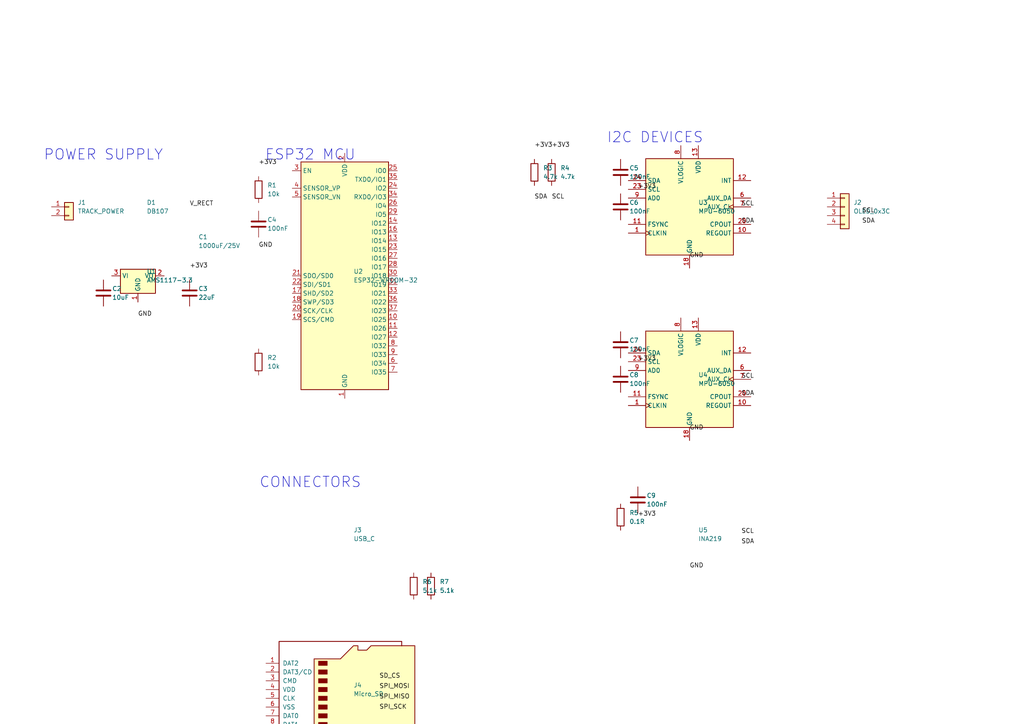
<source format=kicad_sch>
(kicad_sch (version 20250114) (generator "eeschema") (generator_version "9.0")
  (paper "A4")
  (title_block (title "track_geometry_car"))
  (lib_symbols
    (symbol "RF_Module:ESP32-WROOM-32"
      (property "Reference" "U" (at -12.7 34.29 0))
      (property "Value" "ESP32-WROOM-32" (at 1.27 34.29 0))
      (symbol "ESP32-WROOM-32_0_1"
        (rectangle (start -12.7 33.02) (end 12.7 -33.02) (stroke (width 0.254)) (fill (type background)))
      )
      (symbol "ESP32-WROOM-32_1_1"
        (pin input line (at -15.24 30.48 0) (length 2.54) (name "EN") (number "3"))
        (pin input line (at -15.24 25.4 0) (length 2.54) (name "SENSOR_VP") (number "4"))
        (pin input line (at -15.24 22.86 0) (length 2.54) (name "SENSOR_VN") (number "5"))
        (pin bidirectional line (at -15.24 0 0) (length 2.54) (name "SDO/SD0") (number "21"))
        (pin bidirectional line (at -15.24 -2.54 0) (length 2.54) (name "SDI/SD1") (number "22"))
        (pin bidirectional line (at -15.24 -5.08 0) (length 2.54) (name "SHD/SD2") (number "17"))
        (pin bidirectional line (at -15.24 -7.62 0) (length 2.54) (name "SWP/SD3") (number "18"))
        (pin bidirectional line (at -15.24 -10.16 0) (length 2.54) (name "SCK/CLK") (number "20"))
        (pin bidirectional line (at -15.24 -12.7 0) (length 2.54) (name "SCS/CMD") (number "19"))
        (pin no_connect line (at -12.7 -27.94 0) (length 2.54) (hide yes) (name "NC") (number "32"))
        (pin power_in line (at 0 35.56 270) (length 2.54) (name "VDD") (number "2"))
        (pin power_in line (at 0 -35.56 90) (length 2.54) (name "GND") (number "1"))
        (pin passive line (at 0 -35.56 90) (length 2.54) (hide yes) (name "GND") (number "15"))
        (pin passive line (at 0 -35.56 90) (length 2.54) (hide yes) (name "GND") (number "38"))
        (pin passive line (at 0 -35.56 90) (length 2.54) (hide yes) (name "GND") (number "39"))
        (pin bidirectional line (at 15.24 30.48 180) (length 2.54) (name "IO0") (number "25"))
        (pin bidirectional line (at 15.24 27.94 180) (length 2.54) (name "TXD0/IO1") (number "35"))
        (pin bidirectional line (at 15.24 25.4 180) (length 2.54) (name "IO2") (number "24"))
        (pin bidirectional line (at 15.24 22.86 180) (length 2.54) (name "RXD0/IO3") (number "34"))
        (pin bidirectional line (at 15.24 20.32 180) (length 2.54) (name "IO4") (number "26"))
        (pin bidirectional line (at 15.24 17.78 180) (length 2.54) (name "IO5") (number "29"))
        (pin bidirectional line (at 15.24 15.24 180) (length 2.54) (name "IO12") (number "14"))
        (pin bidirectional line (at 15.24 12.7 180) (length 2.54) (name "IO13") (number "16"))
        (pin bidirectional line (at 15.24 10.16 180) (length 2.54) (name "IO14") (number "13"))
        (pin bidirectional line (at 15.24 7.62 180) (length 2.54) (name "IO15") (number "23"))
        (pin bidirectional line (at 15.24 5.08 180) (length 2.54) (name "IO16") (number "27"))
        (pin bidirectional line (at 15.24 2.54 180) (length 2.54) (name "IO17") (number "28"))
        (pin bidirectional line (at 15.24 0 180) (length 2.54) (name "IO18") (number "30"))
        (pin bidirectional line (at 15.24 -2.54 180) (length 2.54) (name "IO19") (number "31"))
        (pin bidirectional line (at 15.24 -5.08 180) (length 2.54) (name "IO21") (number "33"))
        (pin bidirectional line (at 15.24 -7.62 180) (length 2.54) (name "IO22") (number "36"))
        (pin bidirectional line (at 15.24 -10.16 180) (length 2.54) (name "IO23") (number "37"))
        (pin bidirectional line (at 15.24 -12.7 180) (length 2.54) (name "IO25") (number "10"))
        (pin bidirectional line (at 15.24 -15.24 180) (length 2.54) (name "IO26") (number "11"))
        (pin bidirectional line (at 15.24 -17.78 180) (length 2.54) (name "IO27") (number "12"))
        (pin bidirectional line (at 15.24 -20.32 180) (length 2.54) (name "IO32") (number "8"))
        (pin bidirectional line (at 15.24 -22.86 180) (length 2.54) (name "IO33") (number "9"))
        (pin input line (at 15.24 -25.4 180) (length 2.54) (name "IO34") (number "6"))
        (pin input line (at 15.24 -27.94 180) (length 2.54) (name "IO35") (number "7"))
      )
    )
    (symbol "Device:R" (pin_numbers (hide yes)) (pin_names (offset 0))
      (property "Reference" "R" (at 2.032 0 90))
      (property "Value" "R" (at 0 0 90))
      (symbol "R_0_1"
        (rectangle (start -1.016 -2.54) (end 1.016 2.54) (stroke (width 0.254)))
      )
      (symbol "R_1_1"
        (pin passive line (at 0 3.81 270) (length 1.27) (name "~") (number "1"))
        (pin passive line (at 0 -3.81 90) (length 1.27) (name "~") (number "2"))
      )
    )
    (symbol "Device:C" (pin_numbers (hide yes)) (pin_names (offset 0.254))
      (property "Reference" "C" (at 0.635 2.54 0))
      (property "Value" "C" (at 0.635 -2.54 0))
      (symbol "C_0_1"
        (polyline (pts (xy -2.032 0.762) (xy 2.032 0.762)) (stroke (width 0.508)))
        (polyline (pts (xy -2.032 -0.762) (xy 2.032 -0.762)) (stroke (width 0.508)))
      )
      (symbol "C_1_1"
        (pin passive line (at 0 3.81 270) (length 2.794) (name "~") (number "1"))
        (pin passive line (at 0 -3.81 90) (length 2.794) (name "~") (number "2"))
      )
    )
    (symbol "Sensor_Motion:MPU-6050"
      (property "Reference" "U" (at -11.43 13.97 0))
      (property "Value" "MPU-6050" (at 7.62 -15.24 0))
      (symbol "MPU-6050_0_1"
        (rectangle (start -12.7 13.97) (end 12.7 -13.97) (stroke (width 0.254)) (fill (type background)))
      )
      (symbol "MPU-6050_1_1"
        (pin bidirectional line (at -17.78 7.62 0) (length 5.08) (name "SDA") (number "24"))
        (pin input line (at -17.78 5.08 0) (length 5.08) (name "SCL") (number "23"))
        (pin input line (at -17.78 2.54 0) (length 5.08) (name "AD0") (number "9"))
        (pin input line (at -17.78 -5.08 0) (length 5.08) (name "FSYNC") (number "11"))
        (pin input clock (at -17.78 -7.62 0) (length 5.08) (name "CLKIN") (number "1"))
        (pin no_connect line (at -12.7 12.7 0) (length 2.54) (hide yes) (name "NC") (number "2"))
        (pin no_connect line (at -12.7 10.16 0) (length 2.54) (hide yes) (name "NC") (number "3"))
        (pin no_connect line (at -12.7 0 0) (length 2.54) (hide yes) (name "NC") (number "4"))
        (pin no_connect line (at -12.7 -2.54 0) (length 2.54) (hide yes) (name "NC") (number "5"))
        (pin no_connect line (at -12.7 -10.16 0) (length 2.54) (hide yes) (name "NC") (number "14"))
        (pin power_in line (at -2.54 17.78 270) (length 3.81) (name "VLOGIC") (number "8"))
        (pin power_in line (at 0 -17.78 90) (length 3.81) (name "GND") (number "18"))
        (pin power_in line (at 2.54 17.78 270) (length 3.81) (name "VDD") (number "13"))
        (pin no_connect line (at 12.7 12.7 180) (length 2.54) (hide yes) (name "NC") (number "15"))
        (pin no_connect line (at 12.7 10.16 180) (length 2.54) (hide yes) (name "NC") (number "16"))
        (pin no_connect line (at 12.7 5.08 180) (length 2.54) (hide yes) (name "NC") (number "17"))
        (pin no_connect line (at 12.7 -2.54 180) (length 2.54) (hide yes) (name "RESV") (number "21"))
        (pin no_connect line (at 12.7 -10.16 180) (length 2.54) (hide yes) (name "RESV") (number "19"))
        (pin no_connect line (at 12.7 -12.7 180) (length 2.54) (hide yes) (name "RESV") (number "22"))
        (pin output line (at 17.78 7.62 180) (length 5.08) (name "INT") (number "12"))
        (pin bidirectional line (at 17.78 2.54 180) (length 5.08) (name "AUX_DA") (number "6"))
        (pin output clock (at 17.78 0 180) (length 5.08) (name "AUX_CL") (number "7"))
        (pin passive line (at 17.78 -5.08 180) (length 5.08) (name "CPOUT") (number "20"))
        (pin passive line (at 17.78 -7.62 180) (length 5.08) (name "REGOUT") (number "10"))
      )
    )
    (symbol "Diode_Bridge:DB107" (pin_numbers (hide yes)) (pin_names (offset 0)))
    (symbol "Regulator_Linear:AMS1117-3.3"
      (property "Reference" "U" (at -3.81 3.175 0))
      (property "Value" "AMS1117-3.3" (at 0 3.175 0))
      (symbol "AMS1117-3.3_0_1"
        (rectangle (start -5.08 -5.08) (end 5.08 1.905) (stroke (width 0.254)) (fill (type background)))
      )
      (symbol "AMS1117-3.3_1_1"
        (pin power_in line (at -7.62 0 0) (length 2.54) (name "VI") (number "3"))
        (pin power_in line (at 0 -7.62 90) (length 2.54) (name "GND") (number "1"))
        (pin power_out line (at 7.62 0 180) (length 2.54) (name "VO") (number "2"))
      )
    )
    (symbol "Device:CP" (pin_numbers (hide yes)) (pin_names (offset 0))
      (property "Reference" "C" (at 0.635 2.54 0))
      (property "Value" "C" (at 0.635 -2.54 0))
    )
    (symbol "Analog_ADC:INA219" (pin_numbers (hide yes)) (pin_names (offset 0))
      (property "Reference" "C" (at 0.635 2.54 0))
      (property "Value" "C" (at 0.635 -2.54 0))
    )
    (symbol "Connector_Generic:Conn_01x04" (pin_names (offset 1.016) (hide yes))
      (property "Reference" "J" (at 0 5.08 0))
      (property "Value" "Conn_01x04" (at 0 -7.62 0))
      (symbol "Conn_01x04_1_1"
        (rectangle (start -1.27 3.81) (end 1.27 -6.35) (stroke (width 0.254)) (fill (type background)))
        (rectangle (start -1.27 2.667) (end 0 2.413) (stroke (width 0.1524)))
        (rectangle (start -1.27 0.127) (end 0 -0.127) (stroke (width 0.1524)))
        (rectangle (start -1.27 -2.413) (end 0 -2.667) (stroke (width 0.1524)))
        (rectangle (start -1.27 -4.953) (end 0 -5.207) (stroke (width 0.1524)))
        (pin passive line (at -5.08 2.54 0) (length 3.81) (name "Pin_1") (number "1"))
        (pin passive line (at -5.08 0 0) (length 3.81) (name "Pin_2") (number "2"))
        (pin passive line (at -5.08 -2.54 0) (length 3.81) (name "Pin_3") (number "3"))
        (pin passive line (at -5.08 -5.08 0) (length 3.81) (name "Pin_4") (number "4"))
      )
    )
    (symbol "Connector_Generic:Conn_01x02" (pin_names (offset 1.016) (hide yes))
      (property "Reference" "J" (at 0 2.54 0))
      (property "Value" "Conn_01x02" (at 0 -5.08 0))
      (symbol "Conn_01x02_1_1"
        (rectangle (start -1.27 1.27) (end 1.27 -3.81) (stroke (width 0.254)) (fill (type background)))
        (rectangle (start -1.27 0.127) (end 0 -0.127) (stroke (width 0.1524)))
        (rectangle (start -1.27 -2.413) (end 0 -2.667) (stroke (width 0.1524)))
        (pin passive line (at -5.08 0 0) (length 3.81) (name "Pin_1") (number "1"))
        (pin passive line (at -5.08 -2.54 0) (length 3.81) (name "Pin_2") (number "2"))
      )
    )
    (symbol "Connector:USB_C_Receptacle_USB2.0" (pin_numbers (hide yes)) (pin_names (offset 0))
      (property "Reference" "R" (at 2.032 0 90))
      (property "Value" "R" (at 0 0 90))
    )
    (symbol "Connector:Micro_SD_Card" (pin_names (offset 1.016))
      (property "Reference" "J" (at -16.51 15.24 0))
      (property "Value" "Micro_SD_Card" (at 16.51 15.24 0))
      (symbol "Micro_SD_Card_0_1"
        (polyline (pts (xy -8.89 -11.43) (xy -8.89 8.89) (xy -1.27 8.89) (xy 2.54 12.7) (xy 3.81 12.7) (xy 3.81 11.43) (xy 6.35 11.43) (xy 7.62 12.7) (xy 20.32 12.7) (xy 20.32 -11.43) (xy -8.89 -11.43)) (stroke (width 0.254)) (fill (type background)))
        (rectangle (start -7.62 8.255) (end -5.08 6.985) (fill (type outline)))
        (rectangle (start -7.62 5.715) (end -5.08 4.445) (fill (type outline)))
        (rectangle (start -7.62 3.175) (end -5.08 1.905) (fill (type outline)))
        (rectangle (start -7.62 0.635) (end -5.08 -0.635) (fill (type outline)))
        (rectangle (start -7.62 -1.905) (end -5.08 -3.175) (fill (type outline)))
        (rectangle (start -7.62 -4.445) (end -5.08 -5.715) (fill (type outline)))
        (rectangle (start -7.62 -6.985) (end -5.08 -8.255) (fill (type outline)))
        (rectangle (start -7.62 -9.525) (end -5.08 -10.795) (fill (type outline)))
        (polyline (pts (xy 16.51 12.7) (xy 16.51 13.97) (xy -19.05 13.97) (xy -19.05 -16.51) (xy 16.51 -16.51) (xy 16.51 -11.43)) (stroke (width 0.254)))
      )
      (symbol "Micro_SD_Card_1_1"
        (pin bidirectional line (at -22.86 7.62 0) (length 3.81) (name "DAT2") (number "1"))
        (pin bidirectional line (at -22.86 5.08 0) (length 3.81) (name "DAT3/CD") (number "2"))
        (pin input line (at -22.86 2.54 0) (length 3.81) (name "CMD") (number "3"))
        (pin power_in line (at -22.86 0 0) (length 3.81) (name "VDD") (number "4"))
        (pin input line (at -22.86 -2.54 0) (length 3.81) (name "CLK") (number "5"))
        (pin power_in line (at -22.86 -5.08 0) (length 3.81) (name "VSS") (number "6"))
        (pin bidirectional line (at -22.86 -7.62 0) (length 3.81) (name "DAT0") (number "7"))
        (pin bidirectional line (at -22.86 -10.16 0) (length 3.81) (name "DAT1") (number "8"))
        (pin passive line (at 20.32 -15.24 180) (length 3.81) (name "SHIELD") (number "9"))
      )
    )
  )
  (symbol (lib_id "RF_Module:ESP32-WROOM-32") (at 100 80 0) (unit 1)
    (property "Reference" "U2" (at 102.54 78.73 0) (effects (justify left)))
    (property "Value" "ESP32-WROOM-32" (at 102.54 81.27 0) (effects (justify left)))
    (property "Footprint" "RF_Module:ESP32-WROOM-32" (effects (hide yes)))
  )
  (symbol (lib_id "Device:R") (at 75 55 0) (unit 1)
    (property "Reference" "R1" (at 77.54 53.73 0) (effects (justify left)))
    (property "Value" "10k" (at 77.54 56.27 0) (effects (justify left)))
    (property "Footprint" "Resistor_SMD:R_0402_1005Metric" (effects (hide yes)))
  )
  (symbol (lib_id "Device:R") (at 75 105 0) (unit 1)
    (property "Reference" "R2" (at 77.54 103.73 0) (effects (justify left)))
    (property "Value" "10k" (at 77.54 106.27 0) (effects (justify left)))
    (property "Footprint" "Resistor_SMD:R_0402_1005Metric" (effects (hide yes)))
  )
  (symbol (lib_id "Device:C") (at 75 65 0) (unit 1)
    (property "Reference" "C4" (at 77.54 63.73 0) (effects (justify left)))
    (property "Value" "100nF" (at 77.54 66.27 0) (effects (justify left)))
    (property "Footprint" "Capacitor_SMD:C_0402_1005Metric" (effects (hide yes)))
  )
  (symbol (lib_id "Sensor_Motion:MPU-6050") (at 200 60 0) (unit 1)
    (property "Reference" "U3" (at 202.54 58.73 0) (effects (justify left)))
    (property "Value" "MPU-6050" (at 202.54 61.27 0) (effects (justify left)))
    (property "Footprint" "Package_DFN_QFN:QFN-24-1EP_4x4mm_P0.5mm_EP2.7x2.7mm" (effects (hide yes)))
  )
  (symbol (lib_id "Sensor_Motion:MPU-6050") (at 200 110 0) (unit 1)
    (property "Reference" "U4" (at 202.54 108.73 0) (effects (justify left)))
    (property "Value" "MPU-6050" (at 202.54 111.27 0) (effects (justify left)))
    (property "Footprint" "Package_DFN_QFN:QFN-24-1EP_4x4mm_P0.5mm_EP2.7x2.7mm" (effects (hide yes)))
  )
  (symbol (lib_id "Device:C") (at 180 50 0) (unit 1)
    (property "Reference" "C5" (at 182.54 48.73 0) (effects (justify left)))
    (property "Value" "100nF" (at 182.54 51.27 0) (effects (justify left)))
    (property "Footprint" "Capacitor_SMD:C_0402_1005Metric" (effects (hide yes)))
  )
  (symbol (lib_id "Device:C") (at 180 60 0) (unit 1)
    (property "Reference" "C6" (at 182.54 58.73 0) (effects (justify left)))
    (property "Value" "100nF" (at 182.54 61.27 0) (effects (justify left)))
    (property "Footprint" "Capacitor_SMD:C_0402_1005Metric" (effects (hide yes)))
  )
  (symbol (lib_id "Device:C") (at 180 100 0) (unit 1)
    (property "Reference" "C7" (at 182.54 98.73 0) (effects (justify left)))
    (property "Value" "100nF" (at 182.54 101.27 0) (effects (justify left)))
    (property "Footprint" "Capacitor_SMD:C_0402_1005Metric" (effects (hide yes)))
  )
  (symbol (lib_id "Device:C") (at 180 110 0) (unit 1)
    (property "Reference" "C8" (at 182.54 108.73 0) (effects (justify left)))
    (property "Value" "100nF" (at 182.54 111.27 0) (effects (justify left)))
    (property "Footprint" "Capacitor_SMD:C_0402_1005Metric" (effects (hide yes)))
  )
  (symbol (lib_id "Device:R") (at 155 50 0) (unit 1)
    (property "Reference" "R3" (at 157.54 48.73 0) (effects (justify left)))
    (property "Value" "4.7k" (at 157.54 51.27 0) (effects (justify left)))
    (property "Footprint" "Resistor_SMD:R_0402_1005Metric" (effects (hide yes)))
  )
  (symbol (lib_id "Device:R") (at 160 50 0) (unit 1)
    (property "Reference" "R4" (at 162.54 48.73 0) (effects (justify left)))
    (property "Value" "4.7k" (at 162.54 51.27 0) (effects (justify left)))
    (property "Footprint" "Resistor_SMD:R_0402_1005Metric" (effects (hide yes)))
  )
  (symbol (lib_id "Diode_Bridge:DB107") (at 40 60 0) (unit 1)
    (property "Reference" "D1" (at 42.54 58.73 0) (effects (justify left)))
    (property "Value" "DB107" (at 42.54 61.27 0) (effects (justify left)))
    (property "Footprint" "Diode_SMD:Diode_Bridge_Diotec_ABS" (effects (hide yes)))
  )
  (symbol (lib_id "Regulator_Linear:AMS1117-3.3") (at 40 80 0) (unit 1)
    (property "Reference" "U1" (at 42.54 78.73 0) (effects (justify left)))
    (property "Value" "AMS1117-3.3" (at 42.54 81.27 0) (effects (justify left)))
    (property "Footprint" "Package_TO_SOT_SMD:SOT-223-3_TabPin2" (effects (hide yes)))
  )
  (symbol (lib_id "Device:CP") (at 55 70 0) (unit 1)
    (property "Reference" "C1" (at 57.54 68.73 0) (effects (justify left)))
    (property "Value" "1000uF/25V" (at 57.54 71.27 0) (effects (justify left)))
    (property "Footprint" "Capacitor_SMD:CP_Elec_10x10.5" (effects (hide yes)))
  )
  (symbol (lib_id "Device:C") (at 30 85 0) (unit 1)
    (property "Reference" "C2" (at 32.54 83.73 0) (effects (justify left)))
    (property "Value" "10uF" (at 32.54 86.27 0) (effects (justify left)))
    (property "Footprint" "Capacitor_SMD:C_0805_2012Metric" (effects (hide yes)))
  )
  (symbol (lib_id "Device:C") (at 55 85 0) (unit 1)
    (property "Reference" "C3" (at 57.54 83.73 0) (effects (justify left)))
    (property "Value" "22uF" (at 57.54 86.27 0) (effects (justify left)))
    (property "Footprint" "Capacitor_SMD:C_0805_2012Metric" (effects (hide yes)))
  )
  (symbol (lib_id "Analog_ADC:INA219") (at 200 155 0) (unit 1)
    (property "Reference" "U5" (at 202.54 153.73 0) (effects (justify left)))
    (property "Value" "INA219" (at 202.54 156.27 0) (effects (justify left)))
    (property "Footprint" "Package_SO:MSOP-8_3x3mm_P0.65mm" (effects (hide yes)))
  )
  (symbol (lib_id "Device:R") (at 180 150 0) (unit 1)
    (property "Reference" "R5" (at 182.54 148.73 0) (effects (justify left)))
    (property "Value" "0.1R" (at 182.54 151.27 0) (effects (justify left)))
    (property "Footprint" "Resistor_SMD:R_2512_6332Metric" (effects (hide yes)))
  )
  (symbol (lib_id "Device:C") (at 185 145 0) (unit 1)
    (property "Reference" "C9" (at 187.54 143.73 0) (effects (justify left)))
    (property "Value" "100nF" (at 187.54 146.27 0) (effects (justify left)))
    (property "Footprint" "Capacitor_SMD:C_0402_1005Metric" (effects (hide yes)))
  )
  (symbol (lib_id "Connector_Generic:Conn_01x04") (at 245 60 0) (unit 1)
    (property "Reference" "J2" (at 247.54 58.73 0) (effects (justify left)))
    (property "Value" "OLED_0x3C" (at 247.54 61.27 0) (effects (justify left)))
    (property "Footprint" "Connector_PinHeader_2.54mm:PinHeader_1x04_P2.54mm_Vertical" (effects (hide yes)))
  )
  (symbol (lib_id "Connector_Generic:Conn_01x02") (at 20 60 0) (unit 1)
    (property "Reference" "J1" (at 22.54 58.73 0) (effects (justify left)))
    (property "Value" "TRACK_POWER" (at 22.54 61.27 0) (effects (justify left)))
    (property "Footprint" "Connector_PinHeader_2.54mm:PinHeader_1x02_P2.54mm_Vertical" (effects (hide yes)))
  )
  (symbol (lib_id "Connector:USB_C_Receptacle_USB2.0") (at 100 155 0) (unit 1)
    (property "Reference" "J3" (at 102.54 153.73 0) (effects (justify left)))
    (property "Value" "USB_C" (at 102.54 156.27 0) (effects (justify left)))
    (property "Footprint" "Connector_USB:USB_C_Receptacle_GCT_USB4105-xx-A_16P_TopMnt_Horizontal" (effects (hide yes)))
  )
  (symbol (lib_id "Device:R") (at 120 170 0) (unit 1)
    (property "Reference" "R6" (at 122.54 168.73 0) (effects (justify left)))
    (property "Value" "5.1k" (at 122.54 171.27 0) (effects (justify left)))
    (property "Footprint" "Resistor_SMD:R_0402_1005Metric" (effects (hide yes)))
  )
  (symbol (lib_id "Device:R") (at 125 170 0) (unit 1)
    (property "Reference" "R7" (at 127.54 168.73 0) (effects (justify left)))
    (property "Value" "5.1k" (at 127.54 171.27 0) (effects (justify left)))
    (property "Footprint" "Resistor_SMD:R_0402_1005Metric" (effects (hide yes)))
  )
  (symbol (lib_id "Connector:Micro_SD_Card") (at 100 200 0) (unit 1)
    (property "Reference" "J4" (at 102.54 198.73 0) (effects (justify left)))
    (property "Value" "Micro_SD" (at 102.54 201.27 0) (effects (justify left)))
    (property "Footprint" "Connector_Card:microSD_HC_Molex_104031-0811" (effects (hide yes)))
  )
  (label "+3V3" (at 75 48 0.0))
  (label "GND" (at 75 72 0.0))
  (label "SDA" (at 155 58 0.0))
  (label "SCL" (at 160 58 0.0))
  (label "+3V3" (at 155 43 0.0))
  (label "+3V3" (at 160 43 0.0))
  (label "SDA" (at 215 65 0.0))
  (label "SCL" (at 215 60 0.0))
  (label "SDA" (at 215 115 0.0))
  (label "SCL" (at 215 110 0.0))
  (label "SDA" (at 215 158 0.0))
  (label "SCL" (at 215 155 0.0))
  (label "SDA" (at 250 65 0.0))
  (label "SCL" (at 250 62 0.0))
  (label "+3V3" (at 185 55 0.0))
  (label "GND" (at 200 75 0.0))
  (label "+3V3" (at 185 105 0.0))
  (label "GND" (at 200 125 0.0))
  (label "+3V3" (at 185 150 0.0))
  (label "GND" (at 200 165 0.0))
  (label "SPI_MOSI" (at 110 200 0.0))
  (label "SPI_MISO" (at 110 203 0.0))
  (label "SPI_SCK" (at 110 206 0.0))
  (label "SD_CS" (at 110 197 0.0))
  (label "V_RECT" (at 55 60 0.0))
  (label "+3V3" (at 55 78 0.0))
  (label "GND" (at 40 92 0.0))
  (text "POWER SUPPLY" (at 30 45 0.0) (effects (font (size 3 3))))
  (text "ESP32 MCU" (at 90 45 0.0) (effects (font (size 3 3))))
  (text "I2C DEVICES" (at 190 40 0.0) (effects (font (size 3 3))))
  (text CONNECTORS (at 90 140 0.0) (effects (font (size 3 3))))
)
</source>
